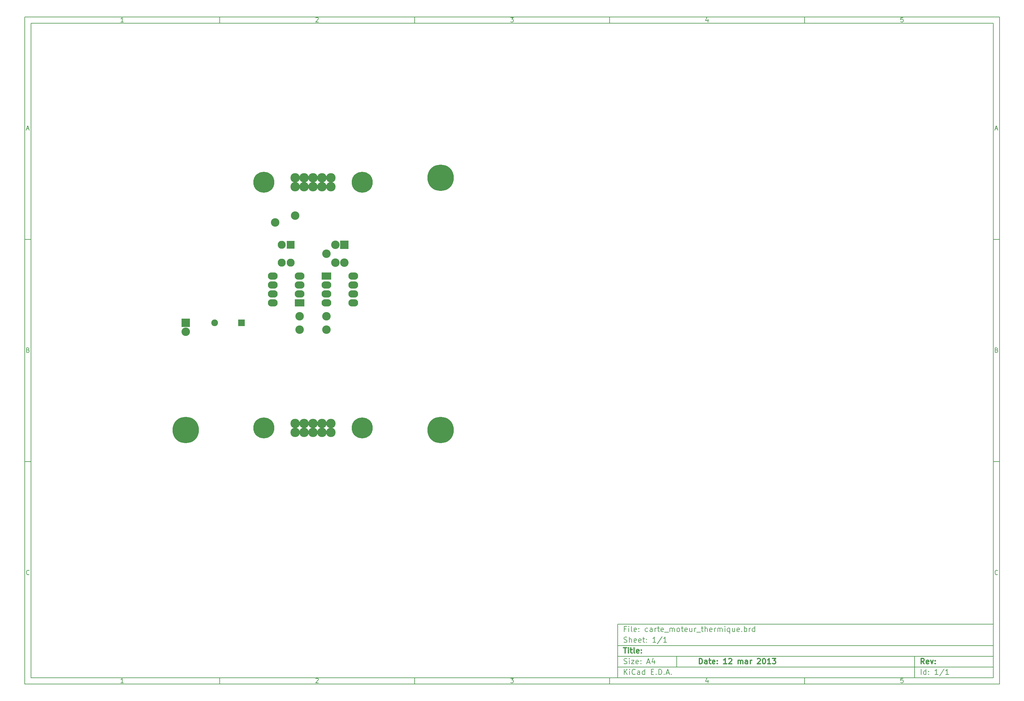
<source format=gbs>
G04 (created by PCBNEW-RS274X (2012-01-19 BZR 3256)-stable) date 12/03/2013 15:57:58*
G01*
G70*
G90*
%MOIN*%
G04 Gerber Fmt 3.4, Leading zero omitted, Abs format*
%FSLAX34Y34*%
G04 APERTURE LIST*
%ADD10C,0.006000*%
%ADD11C,0.012000*%
%ADD12C,0.095000*%
%ADD13R,0.095000X0.095000*%
%ADD14C,0.235000*%
%ADD15C,0.105000*%
%ADD16R,0.075000X0.075000*%
%ADD17C,0.075000*%
%ADD18C,0.295600*%
%ADD19R,0.110000X0.082000*%
%ADD20O,0.110000X0.082000*%
%ADD21R,0.090000X0.090000*%
%ADD22C,0.090000*%
G04 APERTURE END LIST*
G54D10*
X04000Y-04000D02*
X113000Y-04000D01*
X113000Y-78670D01*
X04000Y-78670D01*
X04000Y-04000D01*
X04700Y-04700D02*
X112300Y-04700D01*
X112300Y-77970D01*
X04700Y-77970D01*
X04700Y-04700D01*
X25800Y-04000D02*
X25800Y-04700D01*
X15043Y-04552D02*
X14757Y-04552D01*
X14900Y-04552D02*
X14900Y-04052D01*
X14852Y-04124D01*
X14805Y-04171D01*
X14757Y-04195D01*
X25800Y-78670D02*
X25800Y-77970D01*
X15043Y-78522D02*
X14757Y-78522D01*
X14900Y-78522D02*
X14900Y-78022D01*
X14852Y-78094D01*
X14805Y-78141D01*
X14757Y-78165D01*
X47600Y-04000D02*
X47600Y-04700D01*
X36557Y-04100D02*
X36581Y-04076D01*
X36629Y-04052D01*
X36748Y-04052D01*
X36795Y-04076D01*
X36819Y-04100D01*
X36843Y-04148D01*
X36843Y-04195D01*
X36819Y-04267D01*
X36533Y-04552D01*
X36843Y-04552D01*
X47600Y-78670D02*
X47600Y-77970D01*
X36557Y-78070D02*
X36581Y-78046D01*
X36629Y-78022D01*
X36748Y-78022D01*
X36795Y-78046D01*
X36819Y-78070D01*
X36843Y-78118D01*
X36843Y-78165D01*
X36819Y-78237D01*
X36533Y-78522D01*
X36843Y-78522D01*
X69400Y-04000D02*
X69400Y-04700D01*
X58333Y-04052D02*
X58643Y-04052D01*
X58476Y-04243D01*
X58548Y-04243D01*
X58595Y-04267D01*
X58619Y-04290D01*
X58643Y-04338D01*
X58643Y-04457D01*
X58619Y-04505D01*
X58595Y-04529D01*
X58548Y-04552D01*
X58405Y-04552D01*
X58357Y-04529D01*
X58333Y-04505D01*
X69400Y-78670D02*
X69400Y-77970D01*
X58333Y-78022D02*
X58643Y-78022D01*
X58476Y-78213D01*
X58548Y-78213D01*
X58595Y-78237D01*
X58619Y-78260D01*
X58643Y-78308D01*
X58643Y-78427D01*
X58619Y-78475D01*
X58595Y-78499D01*
X58548Y-78522D01*
X58405Y-78522D01*
X58357Y-78499D01*
X58333Y-78475D01*
X91200Y-04000D02*
X91200Y-04700D01*
X80395Y-04219D02*
X80395Y-04552D01*
X80276Y-04029D02*
X80157Y-04386D01*
X80467Y-04386D01*
X91200Y-78670D02*
X91200Y-77970D01*
X80395Y-78189D02*
X80395Y-78522D01*
X80276Y-77999D02*
X80157Y-78356D01*
X80467Y-78356D01*
X102219Y-04052D02*
X101981Y-04052D01*
X101957Y-04290D01*
X101981Y-04267D01*
X102029Y-04243D01*
X102148Y-04243D01*
X102195Y-04267D01*
X102219Y-04290D01*
X102243Y-04338D01*
X102243Y-04457D01*
X102219Y-04505D01*
X102195Y-04529D01*
X102148Y-04552D01*
X102029Y-04552D01*
X101981Y-04529D01*
X101957Y-04505D01*
X102219Y-78022D02*
X101981Y-78022D01*
X101957Y-78260D01*
X101981Y-78237D01*
X102029Y-78213D01*
X102148Y-78213D01*
X102195Y-78237D01*
X102219Y-78260D01*
X102243Y-78308D01*
X102243Y-78427D01*
X102219Y-78475D01*
X102195Y-78499D01*
X102148Y-78522D01*
X102029Y-78522D01*
X101981Y-78499D01*
X101957Y-78475D01*
X04000Y-28890D02*
X04700Y-28890D01*
X04231Y-16510D02*
X04469Y-16510D01*
X04184Y-16652D02*
X04350Y-16152D01*
X04517Y-16652D01*
X113000Y-28890D02*
X112300Y-28890D01*
X112531Y-16510D02*
X112769Y-16510D01*
X112484Y-16652D02*
X112650Y-16152D01*
X112817Y-16652D01*
X04000Y-53780D02*
X04700Y-53780D01*
X04386Y-41280D02*
X04457Y-41304D01*
X04481Y-41328D01*
X04505Y-41376D01*
X04505Y-41447D01*
X04481Y-41495D01*
X04457Y-41519D01*
X04410Y-41542D01*
X04219Y-41542D01*
X04219Y-41042D01*
X04386Y-41042D01*
X04433Y-41066D01*
X04457Y-41090D01*
X04481Y-41138D01*
X04481Y-41185D01*
X04457Y-41233D01*
X04433Y-41257D01*
X04386Y-41280D01*
X04219Y-41280D01*
X113000Y-53780D02*
X112300Y-53780D01*
X112686Y-41280D02*
X112757Y-41304D01*
X112781Y-41328D01*
X112805Y-41376D01*
X112805Y-41447D01*
X112781Y-41495D01*
X112757Y-41519D01*
X112710Y-41542D01*
X112519Y-41542D01*
X112519Y-41042D01*
X112686Y-41042D01*
X112733Y-41066D01*
X112757Y-41090D01*
X112781Y-41138D01*
X112781Y-41185D01*
X112757Y-41233D01*
X112733Y-41257D01*
X112686Y-41280D01*
X112519Y-41280D01*
X04505Y-66385D02*
X04481Y-66409D01*
X04410Y-66432D01*
X04362Y-66432D01*
X04290Y-66409D01*
X04243Y-66361D01*
X04219Y-66313D01*
X04195Y-66218D01*
X04195Y-66147D01*
X04219Y-66051D01*
X04243Y-66004D01*
X04290Y-65956D01*
X04362Y-65932D01*
X04410Y-65932D01*
X04481Y-65956D01*
X04505Y-65980D01*
X112805Y-66385D02*
X112781Y-66409D01*
X112710Y-66432D01*
X112662Y-66432D01*
X112590Y-66409D01*
X112543Y-66361D01*
X112519Y-66313D01*
X112495Y-66218D01*
X112495Y-66147D01*
X112519Y-66051D01*
X112543Y-66004D01*
X112590Y-65956D01*
X112662Y-65932D01*
X112710Y-65932D01*
X112781Y-65956D01*
X112805Y-65980D01*
G54D11*
X79443Y-76413D02*
X79443Y-75813D01*
X79586Y-75813D01*
X79671Y-75841D01*
X79729Y-75899D01*
X79757Y-75956D01*
X79786Y-76070D01*
X79786Y-76156D01*
X79757Y-76270D01*
X79729Y-76327D01*
X79671Y-76384D01*
X79586Y-76413D01*
X79443Y-76413D01*
X80300Y-76413D02*
X80300Y-76099D01*
X80271Y-76041D01*
X80214Y-76013D01*
X80100Y-76013D01*
X80043Y-76041D01*
X80300Y-76384D02*
X80243Y-76413D01*
X80100Y-76413D01*
X80043Y-76384D01*
X80014Y-76327D01*
X80014Y-76270D01*
X80043Y-76213D01*
X80100Y-76184D01*
X80243Y-76184D01*
X80300Y-76156D01*
X80500Y-76013D02*
X80729Y-76013D01*
X80586Y-75813D02*
X80586Y-76327D01*
X80614Y-76384D01*
X80672Y-76413D01*
X80729Y-76413D01*
X81157Y-76384D02*
X81100Y-76413D01*
X80986Y-76413D01*
X80929Y-76384D01*
X80900Y-76327D01*
X80900Y-76099D01*
X80929Y-76041D01*
X80986Y-76013D01*
X81100Y-76013D01*
X81157Y-76041D01*
X81186Y-76099D01*
X81186Y-76156D01*
X80900Y-76213D01*
X81443Y-76356D02*
X81471Y-76384D01*
X81443Y-76413D01*
X81414Y-76384D01*
X81443Y-76356D01*
X81443Y-76413D01*
X81443Y-76041D02*
X81471Y-76070D01*
X81443Y-76099D01*
X81414Y-76070D01*
X81443Y-76041D01*
X81443Y-76099D01*
X82500Y-76413D02*
X82157Y-76413D01*
X82329Y-76413D02*
X82329Y-75813D01*
X82272Y-75899D01*
X82214Y-75956D01*
X82157Y-75984D01*
X82728Y-75870D02*
X82757Y-75841D01*
X82814Y-75813D01*
X82957Y-75813D01*
X83014Y-75841D01*
X83043Y-75870D01*
X83071Y-75927D01*
X83071Y-75984D01*
X83043Y-76070D01*
X82700Y-76413D01*
X83071Y-76413D01*
X83785Y-76413D02*
X83785Y-76013D01*
X83785Y-76070D02*
X83813Y-76041D01*
X83871Y-76013D01*
X83956Y-76013D01*
X84013Y-76041D01*
X84042Y-76099D01*
X84042Y-76413D01*
X84042Y-76099D02*
X84071Y-76041D01*
X84128Y-76013D01*
X84213Y-76013D01*
X84271Y-76041D01*
X84299Y-76099D01*
X84299Y-76413D01*
X84842Y-76413D02*
X84842Y-76099D01*
X84813Y-76041D01*
X84756Y-76013D01*
X84642Y-76013D01*
X84585Y-76041D01*
X84842Y-76384D02*
X84785Y-76413D01*
X84642Y-76413D01*
X84585Y-76384D01*
X84556Y-76327D01*
X84556Y-76270D01*
X84585Y-76213D01*
X84642Y-76184D01*
X84785Y-76184D01*
X84842Y-76156D01*
X85128Y-76413D02*
X85128Y-76013D01*
X85128Y-76127D02*
X85156Y-76070D01*
X85185Y-76041D01*
X85242Y-76013D01*
X85299Y-76013D01*
X85927Y-75870D02*
X85956Y-75841D01*
X86013Y-75813D01*
X86156Y-75813D01*
X86213Y-75841D01*
X86242Y-75870D01*
X86270Y-75927D01*
X86270Y-75984D01*
X86242Y-76070D01*
X85899Y-76413D01*
X86270Y-76413D01*
X86641Y-75813D02*
X86698Y-75813D01*
X86755Y-75841D01*
X86784Y-75870D01*
X86813Y-75927D01*
X86841Y-76041D01*
X86841Y-76184D01*
X86813Y-76299D01*
X86784Y-76356D01*
X86755Y-76384D01*
X86698Y-76413D01*
X86641Y-76413D01*
X86584Y-76384D01*
X86555Y-76356D01*
X86527Y-76299D01*
X86498Y-76184D01*
X86498Y-76041D01*
X86527Y-75927D01*
X86555Y-75870D01*
X86584Y-75841D01*
X86641Y-75813D01*
X87412Y-76413D02*
X87069Y-76413D01*
X87241Y-76413D02*
X87241Y-75813D01*
X87184Y-75899D01*
X87126Y-75956D01*
X87069Y-75984D01*
X87612Y-75813D02*
X87983Y-75813D01*
X87783Y-76041D01*
X87869Y-76041D01*
X87926Y-76070D01*
X87955Y-76099D01*
X87983Y-76156D01*
X87983Y-76299D01*
X87955Y-76356D01*
X87926Y-76384D01*
X87869Y-76413D01*
X87697Y-76413D01*
X87640Y-76384D01*
X87612Y-76356D01*
G54D10*
X71043Y-77613D02*
X71043Y-77013D01*
X71386Y-77613D02*
X71129Y-77270D01*
X71386Y-77013D02*
X71043Y-77356D01*
X71643Y-77613D02*
X71643Y-77213D01*
X71643Y-77013D02*
X71614Y-77041D01*
X71643Y-77070D01*
X71671Y-77041D01*
X71643Y-77013D01*
X71643Y-77070D01*
X72272Y-77556D02*
X72243Y-77584D01*
X72157Y-77613D01*
X72100Y-77613D01*
X72015Y-77584D01*
X71957Y-77527D01*
X71929Y-77470D01*
X71900Y-77356D01*
X71900Y-77270D01*
X71929Y-77156D01*
X71957Y-77099D01*
X72015Y-77041D01*
X72100Y-77013D01*
X72157Y-77013D01*
X72243Y-77041D01*
X72272Y-77070D01*
X72786Y-77613D02*
X72786Y-77299D01*
X72757Y-77241D01*
X72700Y-77213D01*
X72586Y-77213D01*
X72529Y-77241D01*
X72786Y-77584D02*
X72729Y-77613D01*
X72586Y-77613D01*
X72529Y-77584D01*
X72500Y-77527D01*
X72500Y-77470D01*
X72529Y-77413D01*
X72586Y-77384D01*
X72729Y-77384D01*
X72786Y-77356D01*
X73329Y-77613D02*
X73329Y-77013D01*
X73329Y-77584D02*
X73272Y-77613D01*
X73158Y-77613D01*
X73100Y-77584D01*
X73072Y-77556D01*
X73043Y-77499D01*
X73043Y-77327D01*
X73072Y-77270D01*
X73100Y-77241D01*
X73158Y-77213D01*
X73272Y-77213D01*
X73329Y-77241D01*
X74072Y-77299D02*
X74272Y-77299D01*
X74358Y-77613D02*
X74072Y-77613D01*
X74072Y-77013D01*
X74358Y-77013D01*
X74615Y-77556D02*
X74643Y-77584D01*
X74615Y-77613D01*
X74586Y-77584D01*
X74615Y-77556D01*
X74615Y-77613D01*
X74901Y-77613D02*
X74901Y-77013D01*
X75044Y-77013D01*
X75129Y-77041D01*
X75187Y-77099D01*
X75215Y-77156D01*
X75244Y-77270D01*
X75244Y-77356D01*
X75215Y-77470D01*
X75187Y-77527D01*
X75129Y-77584D01*
X75044Y-77613D01*
X74901Y-77613D01*
X75501Y-77556D02*
X75529Y-77584D01*
X75501Y-77613D01*
X75472Y-77584D01*
X75501Y-77556D01*
X75501Y-77613D01*
X75758Y-77441D02*
X76044Y-77441D01*
X75701Y-77613D02*
X75901Y-77013D01*
X76101Y-77613D01*
X76301Y-77556D02*
X76329Y-77584D01*
X76301Y-77613D01*
X76272Y-77584D01*
X76301Y-77556D01*
X76301Y-77613D01*
G54D11*
X104586Y-76413D02*
X104386Y-76127D01*
X104243Y-76413D02*
X104243Y-75813D01*
X104471Y-75813D01*
X104529Y-75841D01*
X104557Y-75870D01*
X104586Y-75927D01*
X104586Y-76013D01*
X104557Y-76070D01*
X104529Y-76099D01*
X104471Y-76127D01*
X104243Y-76127D01*
X105071Y-76384D02*
X105014Y-76413D01*
X104900Y-76413D01*
X104843Y-76384D01*
X104814Y-76327D01*
X104814Y-76099D01*
X104843Y-76041D01*
X104900Y-76013D01*
X105014Y-76013D01*
X105071Y-76041D01*
X105100Y-76099D01*
X105100Y-76156D01*
X104814Y-76213D01*
X105300Y-76013D02*
X105443Y-76413D01*
X105585Y-76013D01*
X105814Y-76356D02*
X105842Y-76384D01*
X105814Y-76413D01*
X105785Y-76384D01*
X105814Y-76356D01*
X105814Y-76413D01*
X105814Y-76041D02*
X105842Y-76070D01*
X105814Y-76099D01*
X105785Y-76070D01*
X105814Y-76041D01*
X105814Y-76099D01*
G54D10*
X71014Y-76384D02*
X71100Y-76413D01*
X71243Y-76413D01*
X71300Y-76384D01*
X71329Y-76356D01*
X71357Y-76299D01*
X71357Y-76241D01*
X71329Y-76184D01*
X71300Y-76156D01*
X71243Y-76127D01*
X71129Y-76099D01*
X71071Y-76070D01*
X71043Y-76041D01*
X71014Y-75984D01*
X71014Y-75927D01*
X71043Y-75870D01*
X71071Y-75841D01*
X71129Y-75813D01*
X71271Y-75813D01*
X71357Y-75841D01*
X71614Y-76413D02*
X71614Y-76013D01*
X71614Y-75813D02*
X71585Y-75841D01*
X71614Y-75870D01*
X71642Y-75841D01*
X71614Y-75813D01*
X71614Y-75870D01*
X71843Y-76013D02*
X72157Y-76013D01*
X71843Y-76413D01*
X72157Y-76413D01*
X72614Y-76384D02*
X72557Y-76413D01*
X72443Y-76413D01*
X72386Y-76384D01*
X72357Y-76327D01*
X72357Y-76099D01*
X72386Y-76041D01*
X72443Y-76013D01*
X72557Y-76013D01*
X72614Y-76041D01*
X72643Y-76099D01*
X72643Y-76156D01*
X72357Y-76213D01*
X72900Y-76356D02*
X72928Y-76384D01*
X72900Y-76413D01*
X72871Y-76384D01*
X72900Y-76356D01*
X72900Y-76413D01*
X72900Y-76041D02*
X72928Y-76070D01*
X72900Y-76099D01*
X72871Y-76070D01*
X72900Y-76041D01*
X72900Y-76099D01*
X73614Y-76241D02*
X73900Y-76241D01*
X73557Y-76413D02*
X73757Y-75813D01*
X73957Y-76413D01*
X74414Y-76013D02*
X74414Y-76413D01*
X74271Y-75784D02*
X74128Y-76213D01*
X74500Y-76213D01*
X104243Y-77613D02*
X104243Y-77013D01*
X104786Y-77613D02*
X104786Y-77013D01*
X104786Y-77584D02*
X104729Y-77613D01*
X104615Y-77613D01*
X104557Y-77584D01*
X104529Y-77556D01*
X104500Y-77499D01*
X104500Y-77327D01*
X104529Y-77270D01*
X104557Y-77241D01*
X104615Y-77213D01*
X104729Y-77213D01*
X104786Y-77241D01*
X105072Y-77556D02*
X105100Y-77584D01*
X105072Y-77613D01*
X105043Y-77584D01*
X105072Y-77556D01*
X105072Y-77613D01*
X105072Y-77241D02*
X105100Y-77270D01*
X105072Y-77299D01*
X105043Y-77270D01*
X105072Y-77241D01*
X105072Y-77299D01*
X106129Y-77613D02*
X105786Y-77613D01*
X105958Y-77613D02*
X105958Y-77013D01*
X105901Y-77099D01*
X105843Y-77156D01*
X105786Y-77184D01*
X106814Y-76984D02*
X106300Y-77756D01*
X107329Y-77613D02*
X106986Y-77613D01*
X107158Y-77613D02*
X107158Y-77013D01*
X107101Y-77099D01*
X107043Y-77156D01*
X106986Y-77184D01*
G54D11*
X70957Y-74613D02*
X71300Y-74613D01*
X71129Y-75213D02*
X71129Y-74613D01*
X71500Y-75213D02*
X71500Y-74813D01*
X71500Y-74613D02*
X71471Y-74641D01*
X71500Y-74670D01*
X71528Y-74641D01*
X71500Y-74613D01*
X71500Y-74670D01*
X71700Y-74813D02*
X71929Y-74813D01*
X71786Y-74613D02*
X71786Y-75127D01*
X71814Y-75184D01*
X71872Y-75213D01*
X71929Y-75213D01*
X72215Y-75213D02*
X72157Y-75184D01*
X72129Y-75127D01*
X72129Y-74613D01*
X72671Y-75184D02*
X72614Y-75213D01*
X72500Y-75213D01*
X72443Y-75184D01*
X72414Y-75127D01*
X72414Y-74899D01*
X72443Y-74841D01*
X72500Y-74813D01*
X72614Y-74813D01*
X72671Y-74841D01*
X72700Y-74899D01*
X72700Y-74956D01*
X72414Y-75013D01*
X72957Y-75156D02*
X72985Y-75184D01*
X72957Y-75213D01*
X72928Y-75184D01*
X72957Y-75156D01*
X72957Y-75213D01*
X72957Y-74841D02*
X72985Y-74870D01*
X72957Y-74899D01*
X72928Y-74870D01*
X72957Y-74841D01*
X72957Y-74899D01*
G54D10*
X71243Y-72499D02*
X71043Y-72499D01*
X71043Y-72813D02*
X71043Y-72213D01*
X71329Y-72213D01*
X71557Y-72813D02*
X71557Y-72413D01*
X71557Y-72213D02*
X71528Y-72241D01*
X71557Y-72270D01*
X71585Y-72241D01*
X71557Y-72213D01*
X71557Y-72270D01*
X71929Y-72813D02*
X71871Y-72784D01*
X71843Y-72727D01*
X71843Y-72213D01*
X72385Y-72784D02*
X72328Y-72813D01*
X72214Y-72813D01*
X72157Y-72784D01*
X72128Y-72727D01*
X72128Y-72499D01*
X72157Y-72441D01*
X72214Y-72413D01*
X72328Y-72413D01*
X72385Y-72441D01*
X72414Y-72499D01*
X72414Y-72556D01*
X72128Y-72613D01*
X72671Y-72756D02*
X72699Y-72784D01*
X72671Y-72813D01*
X72642Y-72784D01*
X72671Y-72756D01*
X72671Y-72813D01*
X72671Y-72441D02*
X72699Y-72470D01*
X72671Y-72499D01*
X72642Y-72470D01*
X72671Y-72441D01*
X72671Y-72499D01*
X73671Y-72784D02*
X73614Y-72813D01*
X73500Y-72813D01*
X73442Y-72784D01*
X73414Y-72756D01*
X73385Y-72699D01*
X73385Y-72527D01*
X73414Y-72470D01*
X73442Y-72441D01*
X73500Y-72413D01*
X73614Y-72413D01*
X73671Y-72441D01*
X74185Y-72813D02*
X74185Y-72499D01*
X74156Y-72441D01*
X74099Y-72413D01*
X73985Y-72413D01*
X73928Y-72441D01*
X74185Y-72784D02*
X74128Y-72813D01*
X73985Y-72813D01*
X73928Y-72784D01*
X73899Y-72727D01*
X73899Y-72670D01*
X73928Y-72613D01*
X73985Y-72584D01*
X74128Y-72584D01*
X74185Y-72556D01*
X74471Y-72813D02*
X74471Y-72413D01*
X74471Y-72527D02*
X74499Y-72470D01*
X74528Y-72441D01*
X74585Y-72413D01*
X74642Y-72413D01*
X74756Y-72413D02*
X74985Y-72413D01*
X74842Y-72213D02*
X74842Y-72727D01*
X74870Y-72784D01*
X74928Y-72813D01*
X74985Y-72813D01*
X75413Y-72784D02*
X75356Y-72813D01*
X75242Y-72813D01*
X75185Y-72784D01*
X75156Y-72727D01*
X75156Y-72499D01*
X75185Y-72441D01*
X75242Y-72413D01*
X75356Y-72413D01*
X75413Y-72441D01*
X75442Y-72499D01*
X75442Y-72556D01*
X75156Y-72613D01*
X75556Y-72870D02*
X76013Y-72870D01*
X76156Y-72813D02*
X76156Y-72413D01*
X76156Y-72470D02*
X76184Y-72441D01*
X76242Y-72413D01*
X76327Y-72413D01*
X76384Y-72441D01*
X76413Y-72499D01*
X76413Y-72813D01*
X76413Y-72499D02*
X76442Y-72441D01*
X76499Y-72413D01*
X76584Y-72413D01*
X76642Y-72441D01*
X76670Y-72499D01*
X76670Y-72813D01*
X77042Y-72813D02*
X76984Y-72784D01*
X76956Y-72756D01*
X76927Y-72699D01*
X76927Y-72527D01*
X76956Y-72470D01*
X76984Y-72441D01*
X77042Y-72413D01*
X77127Y-72413D01*
X77184Y-72441D01*
X77213Y-72470D01*
X77242Y-72527D01*
X77242Y-72699D01*
X77213Y-72756D01*
X77184Y-72784D01*
X77127Y-72813D01*
X77042Y-72813D01*
X77413Y-72413D02*
X77642Y-72413D01*
X77499Y-72213D02*
X77499Y-72727D01*
X77527Y-72784D01*
X77585Y-72813D01*
X77642Y-72813D01*
X78070Y-72784D02*
X78013Y-72813D01*
X77899Y-72813D01*
X77842Y-72784D01*
X77813Y-72727D01*
X77813Y-72499D01*
X77842Y-72441D01*
X77899Y-72413D01*
X78013Y-72413D01*
X78070Y-72441D01*
X78099Y-72499D01*
X78099Y-72556D01*
X77813Y-72613D01*
X78613Y-72413D02*
X78613Y-72813D01*
X78356Y-72413D02*
X78356Y-72727D01*
X78384Y-72784D01*
X78442Y-72813D01*
X78527Y-72813D01*
X78584Y-72784D01*
X78613Y-72756D01*
X78899Y-72813D02*
X78899Y-72413D01*
X78899Y-72527D02*
X78927Y-72470D01*
X78956Y-72441D01*
X79013Y-72413D01*
X79070Y-72413D01*
X79127Y-72870D02*
X79584Y-72870D01*
X79641Y-72413D02*
X79870Y-72413D01*
X79727Y-72213D02*
X79727Y-72727D01*
X79755Y-72784D01*
X79813Y-72813D01*
X79870Y-72813D01*
X80070Y-72813D02*
X80070Y-72213D01*
X80327Y-72813D02*
X80327Y-72499D01*
X80298Y-72441D01*
X80241Y-72413D01*
X80156Y-72413D01*
X80098Y-72441D01*
X80070Y-72470D01*
X80841Y-72784D02*
X80784Y-72813D01*
X80670Y-72813D01*
X80613Y-72784D01*
X80584Y-72727D01*
X80584Y-72499D01*
X80613Y-72441D01*
X80670Y-72413D01*
X80784Y-72413D01*
X80841Y-72441D01*
X80870Y-72499D01*
X80870Y-72556D01*
X80584Y-72613D01*
X81127Y-72813D02*
X81127Y-72413D01*
X81127Y-72527D02*
X81155Y-72470D01*
X81184Y-72441D01*
X81241Y-72413D01*
X81298Y-72413D01*
X81498Y-72813D02*
X81498Y-72413D01*
X81498Y-72470D02*
X81526Y-72441D01*
X81584Y-72413D01*
X81669Y-72413D01*
X81726Y-72441D01*
X81755Y-72499D01*
X81755Y-72813D01*
X81755Y-72499D02*
X81784Y-72441D01*
X81841Y-72413D01*
X81926Y-72413D01*
X81984Y-72441D01*
X82012Y-72499D01*
X82012Y-72813D01*
X82298Y-72813D02*
X82298Y-72413D01*
X82298Y-72213D02*
X82269Y-72241D01*
X82298Y-72270D01*
X82326Y-72241D01*
X82298Y-72213D01*
X82298Y-72270D01*
X82841Y-72413D02*
X82841Y-73013D01*
X82841Y-72784D02*
X82784Y-72813D01*
X82670Y-72813D01*
X82612Y-72784D01*
X82584Y-72756D01*
X82555Y-72699D01*
X82555Y-72527D01*
X82584Y-72470D01*
X82612Y-72441D01*
X82670Y-72413D01*
X82784Y-72413D01*
X82841Y-72441D01*
X83384Y-72413D02*
X83384Y-72813D01*
X83127Y-72413D02*
X83127Y-72727D01*
X83155Y-72784D01*
X83213Y-72813D01*
X83298Y-72813D01*
X83355Y-72784D01*
X83384Y-72756D01*
X83898Y-72784D02*
X83841Y-72813D01*
X83727Y-72813D01*
X83670Y-72784D01*
X83641Y-72727D01*
X83641Y-72499D01*
X83670Y-72441D01*
X83727Y-72413D01*
X83841Y-72413D01*
X83898Y-72441D01*
X83927Y-72499D01*
X83927Y-72556D01*
X83641Y-72613D01*
X84184Y-72756D02*
X84212Y-72784D01*
X84184Y-72813D01*
X84155Y-72784D01*
X84184Y-72756D01*
X84184Y-72813D01*
X84470Y-72813D02*
X84470Y-72213D01*
X84470Y-72441D02*
X84527Y-72413D01*
X84641Y-72413D01*
X84698Y-72441D01*
X84727Y-72470D01*
X84756Y-72527D01*
X84756Y-72699D01*
X84727Y-72756D01*
X84698Y-72784D01*
X84641Y-72813D01*
X84527Y-72813D01*
X84470Y-72784D01*
X85013Y-72813D02*
X85013Y-72413D01*
X85013Y-72527D02*
X85041Y-72470D01*
X85070Y-72441D01*
X85127Y-72413D01*
X85184Y-72413D01*
X85641Y-72813D02*
X85641Y-72213D01*
X85641Y-72784D02*
X85584Y-72813D01*
X85470Y-72813D01*
X85412Y-72784D01*
X85384Y-72756D01*
X85355Y-72699D01*
X85355Y-72527D01*
X85384Y-72470D01*
X85412Y-72441D01*
X85470Y-72413D01*
X85584Y-72413D01*
X85641Y-72441D01*
X71014Y-73984D02*
X71100Y-74013D01*
X71243Y-74013D01*
X71300Y-73984D01*
X71329Y-73956D01*
X71357Y-73899D01*
X71357Y-73841D01*
X71329Y-73784D01*
X71300Y-73756D01*
X71243Y-73727D01*
X71129Y-73699D01*
X71071Y-73670D01*
X71043Y-73641D01*
X71014Y-73584D01*
X71014Y-73527D01*
X71043Y-73470D01*
X71071Y-73441D01*
X71129Y-73413D01*
X71271Y-73413D01*
X71357Y-73441D01*
X71614Y-74013D02*
X71614Y-73413D01*
X71871Y-74013D02*
X71871Y-73699D01*
X71842Y-73641D01*
X71785Y-73613D01*
X71700Y-73613D01*
X71642Y-73641D01*
X71614Y-73670D01*
X72385Y-73984D02*
X72328Y-74013D01*
X72214Y-74013D01*
X72157Y-73984D01*
X72128Y-73927D01*
X72128Y-73699D01*
X72157Y-73641D01*
X72214Y-73613D01*
X72328Y-73613D01*
X72385Y-73641D01*
X72414Y-73699D01*
X72414Y-73756D01*
X72128Y-73813D01*
X72899Y-73984D02*
X72842Y-74013D01*
X72728Y-74013D01*
X72671Y-73984D01*
X72642Y-73927D01*
X72642Y-73699D01*
X72671Y-73641D01*
X72728Y-73613D01*
X72842Y-73613D01*
X72899Y-73641D01*
X72928Y-73699D01*
X72928Y-73756D01*
X72642Y-73813D01*
X73099Y-73613D02*
X73328Y-73613D01*
X73185Y-73413D02*
X73185Y-73927D01*
X73213Y-73984D01*
X73271Y-74013D01*
X73328Y-74013D01*
X73528Y-73956D02*
X73556Y-73984D01*
X73528Y-74013D01*
X73499Y-73984D01*
X73528Y-73956D01*
X73528Y-74013D01*
X73528Y-73641D02*
X73556Y-73670D01*
X73528Y-73699D01*
X73499Y-73670D01*
X73528Y-73641D01*
X73528Y-73699D01*
X74585Y-74013D02*
X74242Y-74013D01*
X74414Y-74013D02*
X74414Y-73413D01*
X74357Y-73499D01*
X74299Y-73556D01*
X74242Y-73584D01*
X75270Y-73384D02*
X74756Y-74156D01*
X75785Y-74013D02*
X75442Y-74013D01*
X75614Y-74013D02*
X75614Y-73413D01*
X75557Y-73499D01*
X75499Y-73556D01*
X75442Y-73584D01*
X70300Y-71970D02*
X70300Y-77970D01*
X70300Y-71970D02*
X112300Y-71970D01*
X70300Y-71970D02*
X112300Y-71970D01*
X70300Y-74370D02*
X112300Y-74370D01*
X103500Y-75570D02*
X103500Y-77970D01*
X70300Y-76770D02*
X112300Y-76770D01*
X70300Y-75570D02*
X112300Y-75570D01*
X76900Y-75570D02*
X76900Y-76770D01*
G54D12*
X37750Y-39000D03*
X34750Y-39000D03*
X34750Y-37500D03*
X37750Y-37500D03*
G54D13*
X22000Y-38250D03*
G54D12*
X22000Y-39250D03*
G54D14*
X41750Y-22500D03*
X30750Y-22500D03*
G54D15*
X38250Y-22000D03*
X38250Y-23000D03*
X37250Y-22000D03*
X37250Y-23000D03*
X36250Y-22000D03*
X36250Y-23000D03*
X35250Y-22000D03*
X35250Y-23000D03*
X34250Y-22000D03*
X34250Y-23000D03*
G54D14*
X30750Y-50000D03*
X41750Y-50000D03*
G54D15*
X34250Y-50500D03*
X34250Y-49500D03*
X35250Y-50500D03*
X35250Y-49500D03*
X36250Y-50500D03*
X36250Y-49500D03*
X37250Y-50500D03*
X37250Y-49500D03*
X38250Y-50500D03*
X38250Y-49500D03*
G54D16*
X28250Y-38250D03*
G54D17*
X25250Y-38250D03*
G54D13*
X39750Y-29500D03*
G54D12*
X38750Y-29500D03*
X38750Y-31500D03*
X39750Y-31500D03*
G54D18*
X22000Y-50250D03*
X50500Y-50250D03*
X50500Y-22000D03*
G54D19*
X37750Y-33000D03*
G54D20*
X37750Y-34000D03*
X37750Y-35000D03*
X37750Y-36000D03*
X40750Y-36000D03*
X40750Y-35000D03*
X40750Y-34000D03*
X40750Y-33000D03*
G54D19*
X34750Y-36000D03*
G54D20*
X34750Y-35000D03*
X34750Y-34000D03*
X34750Y-33000D03*
X31750Y-33000D03*
X31750Y-34000D03*
X31750Y-35000D03*
X31750Y-36000D03*
G54D21*
X33750Y-29500D03*
G54D22*
X32750Y-29500D03*
X32750Y-31500D03*
X33750Y-31500D03*
G54D12*
X37750Y-30500D03*
X34250Y-26250D03*
X32000Y-27000D03*
M02*

</source>
